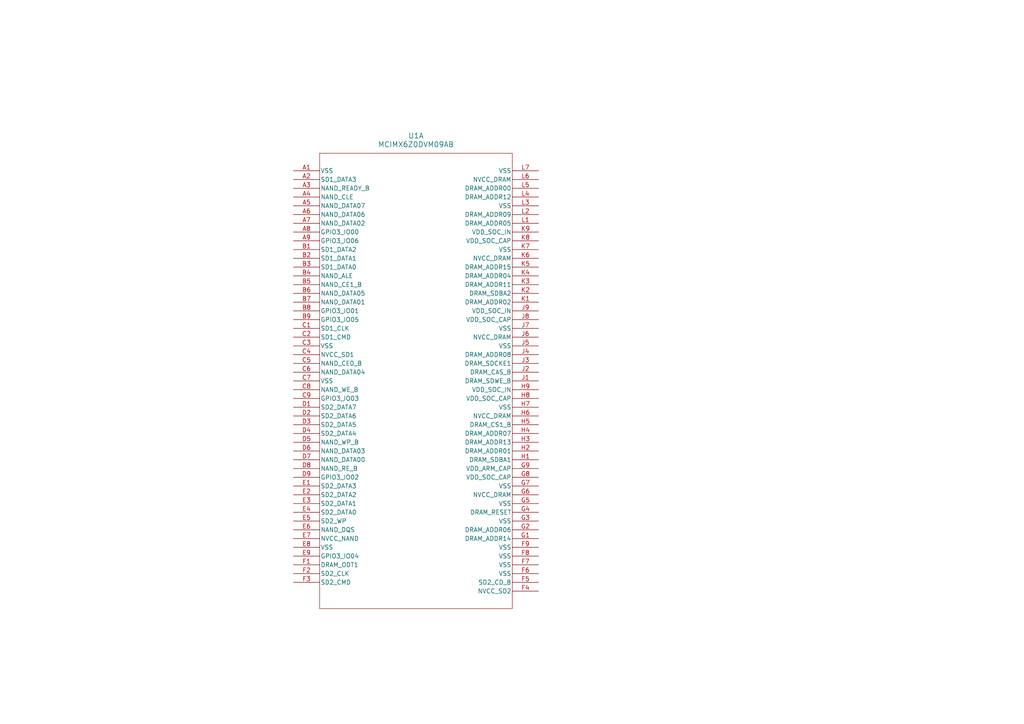
<source format=kicad_sch>
(kicad_sch (version 20231120) (generator "eeschema") (generator_version "8.0")
  (paper "A4")
  (lib_symbols
    (symbol "MCIMX6Z0DVM09AB:MCIMX6Z0DVM09AB" (pin_names (offset 0.254))
      (property "Reference" "U" (at 35.56 10.16 0))
      (property "Value" "MCIMX6Z0DVM09AB" (at 35.56 7.62 0))
      (symbol "MCIMX6Z0DVM09AB_1_1"
        (polyline (pts (xy 7.62 -127) (xy 63.5 -127)) (stroke (width 0.127)))
        (polyline (pts (xy 7.62 5.08) (xy 7.62 -127)) (stroke (width 0.127)))
        (polyline (pts (xy 63.5 -127) (xy 63.5 5.08)) (stroke (width 0.127)))
        (polyline (pts (xy 63.5 5.08) (xy 7.62 5.08)) (stroke (width 0.127)))
        (pin power_out line (at 0 0 0) (length 7.62) (name "VSS") (number "A1"))
        (pin input line (at 0 -2.54 0) (length 7.62) (name "SD1_DATA3") (number "A2"))
        (pin input line (at 0 -5.08 0) (length 7.62) (name "NAND_READY_B") (number "A3"))
        (pin input line (at 0 -7.62 0) (length 7.62) (name "NAND_CLE") (number "A4"))
        (pin input line (at 0 -10.16 0) (length 7.62) (name "NAND_DATA07") (number "A5"))
        (pin input line (at 0 -12.7 0) (length 7.62) (name "NAND_DATA06") (number "A6"))
        (pin input line (at 0 -15.24 0) (length 7.62) (name "NAND_DATA02") (number "A7"))
        (pin input line (at 0 -17.78 0) (length 7.62) (name "GPIO3_IO00") (number "A8"))
        (pin input line (at 0 -20.32 0) (length 7.62) (name "GPIO3_IO06") (number "A9"))
        (pin input line (at 0 -22.86 0) (length 7.62) (name "SD1_DATA2") (number "B1"))
        (pin input line (at 0 -25.4 0) (length 7.62) (name "SD1_DATA1") (number "B2"))
        (pin input line (at 0 -27.94 0) (length 7.62) (name "SD1_DATA0") (number "B3"))
        (pin input line (at 0 -30.48 0) (length 7.62) (name "NAND_ALE") (number "B4"))
        (pin input line (at 0 -33.02 0) (length 7.62) (name "NAND_CE1_B") (number "B5"))
        (pin input line (at 0 -35.56 0) (length 7.62) (name "NAND_DATA05") (number "B6"))
        (pin input line (at 0 -38.1 0) (length 7.62) (name "NAND_DATA01") (number "B7"))
        (pin input line (at 0 -40.64 0) (length 7.62) (name "GPIO3_IO01") (number "B8"))
        (pin input line (at 0 -43.18 0) (length 7.62) (name "GPIO3_IO05") (number "B9"))
        (pin input line (at 0 -45.72 0) (length 7.62) (name "SD1_CLK") (number "C1"))
        (pin input line (at 0 -48.26 0) (length 7.62) (name "SD1_CMD") (number "C2"))
        (pin power_out line (at 0 -50.8 0) (length 7.62) (name "VSS") (number "C3"))
        (pin bidirectional line (at 0 -53.34 0) (length 7.62) (name "NVCC_SD1") (number "C4"))
        (pin input line (at 0 -55.88 0) (length 7.62) (name "NAND_CE0_B") (number "C5"))
        (pin input line (at 0 -58.42 0) (length 7.62) (name "NAND_DATA04") (number "C6"))
        (pin power_out line (at 0 -60.96 0) (length 7.62) (name "VSS") (number "C7"))
        (pin input line (at 0 -63.5 0) (length 7.62) (name "NAND_WE_B") (number "C8"))
        (pin input line (at 0 -66.04 0) (length 7.62) (name "GPIO3_IO03") (number "C9"))
        (pin input line (at 0 -68.58 0) (length 7.62) (name "SD2_DATA7") (number "D1"))
        (pin input line (at 0 -71.12 0) (length 7.62) (name "SD2_DATA6") (number "D2"))
        (pin input line (at 0 -73.66 0) (length 7.62) (name "SD2_DATA5") (number "D3"))
        (pin input line (at 0 -76.2 0) (length 7.62) (name "SD2_DATA4") (number "D4"))
        (pin input line (at 0 -78.74 0) (length 7.62) (name "NAND_WP_B") (number "D5"))
        (pin input line (at 0 -81.28 0) (length 7.62) (name "NAND_DATA03") (number "D6"))
        (pin input line (at 0 -83.82 0) (length 7.62) (name "NAND_DATA00") (number "D7"))
        (pin input line (at 0 -86.36 0) (length 7.62) (name "NAND_RE_B") (number "D8"))
        (pin input line (at 0 -88.9 0) (length 7.62) (name "GPIO3_IO02") (number "D9"))
        (pin input line (at 0 -91.44 0) (length 7.62) (name "SD2_DATA3") (number "E1"))
        (pin input line (at 0 -93.98 0) (length 7.62) (name "SD2_DATA2") (number "E2"))
        (pin input line (at 0 -96.52 0) (length 7.62) (name "SD2_DATA1") (number "E3"))
        (pin input line (at 0 -99.06 0) (length 7.62) (name "SD2_DATA0") (number "E4"))
        (pin input line (at 0 -101.6 0) (length 7.62) (name "SD2_WP") (number "E5"))
        (pin input line (at 0 -104.14 0) (length 7.62) (name "NAND_DQS") (number "E6"))
        (pin power_in line (at 0 -106.68 0) (length 7.62) (name "NVCC_NAND") (number "E7"))
        (pin power_out line (at 0 -109.22 0) (length 7.62) (name "VSS") (number "E8"))
        (pin input line (at 0 -111.76 0) (length 7.62) (name "GPIO3_IO04") (number "E9"))
        (pin output line (at 0 -114.3 0) (length 7.62) (name "DRAM_ODT1") (number "F1"))
        (pin input line (at 0 -116.84 0) (length 7.62) (name "SD2_CLK") (number "F2"))
        (pin input line (at 0 -119.38 0) (length 7.62) (name "SD2_CMD") (number "F3"))
        (pin bidirectional line (at 71.12 -121.92 180) (length 7.62) (name "NVCC_SD2") (number "F4"))
        (pin input line (at 71.12 -119.38 180) (length 7.62) (name "SD2_CD_B") (number "F5"))
        (pin power_out line (at 71.12 -116.84 180) (length 7.62) (name "VSS") (number "F6"))
        (pin power_out line (at 71.12 -114.3 180) (length 7.62) (name "VSS") (number "F7"))
        (pin power_out line (at 71.12 -111.76 180) (length 7.62) (name "VSS") (number "F8"))
        (pin power_out line (at 71.12 -109.22 180) (length 7.62) (name "VSS") (number "F9"))
        (pin output line (at 71.12 -106.68 180) (length 7.62) (name "DRAM_ADDR14") (number "G1"))
        (pin output line (at 71.12 -104.14 180) (length 7.62) (name "DRAM_ADDR06") (number "G2"))
        (pin power_out line (at 71.12 -101.6 180) (length 7.62) (name "VSS") (number "G3"))
        (pin output line (at 71.12 -99.06 180) (length 7.62) (name "DRAM_RESET") (number "G4"))
        (pin power_out line (at 71.12 -96.52 180) (length 7.62) (name "VSS") (number "G5"))
        (pin power_in line (at 71.12 -93.98 180) (length 7.62) (name "NVCC_DRAM") (number "G6"))
        (pin power_out line (at 71.12 -91.44 180) (length 7.62) (name "VSS") (number "G7"))
        (pin power_in line (at 71.12 -88.9 180) (length 7.62) (name "VDD_SOC_CAP") (number "G8"))
        (pin power_in line (at 71.12 -86.36 180) (length 7.62) (name "VDD_ARM_CAP") (number "G9"))
        (pin output line (at 71.12 -83.82 180) (length 7.62) (name "DRAM_SDBA1") (number "H1"))
        (pin output line (at 71.12 -81.28 180) (length 7.62) (name "DRAM_ADDR01") (number "H2"))
        (pin output line (at 71.12 -78.74 180) (length 7.62) (name "DRAM_ADDR13") (number "H3"))
        (pin output line (at 71.12 -76.2 180) (length 7.62) (name "DRAM_ADDR07") (number "H4"))
        (pin output line (at 71.12 -73.66 180) (length 7.62) (name "DRAM_CS1_B") (number "H5"))
        (pin power_in line (at 71.12 -71.12 180) (length 7.62) (name "NVCC_DRAM") (number "H6"))
        (pin power_out line (at 71.12 -68.58 180) (length 7.62) (name "VSS") (number "H7"))
        (pin power_in line (at 71.12 -66.04 180) (length 7.62) (name "VDD_SOC_CAP") (number "H8"))
        (pin power_in line (at 71.12 -63.5 180) (length 7.62) (name "VDD_SOC_IN") (number "H9"))
        (pin output line (at 71.12 -60.96 180) (length 7.62) (name "DRAM_SDWE_B") (number "J1"))
        (pin output line (at 71.12 -58.42 180) (length 7.62) (name "DRAM_CAS_B") (number "J2"))
        (pin output line (at 71.12 -55.88 180) (length 7.62) (name "DRAM_SDCKE1") (number "J3"))
        (pin output line (at 71.12 -53.34 180) (length 7.62) (name "DRAM_ADDR08") (number "J4"))
        (pin power_out line (at 71.12 -50.8 180) (length 7.62) (name "VSS") (number "J5"))
        (pin power_in line (at 71.12 -48.26 180) (length 7.62) (name "NVCC_DRAM") (number "J6"))
        (pin power_out line (at 71.12 -45.72 180) (length 7.62) (name "VSS") (number "J7"))
        (pin power_in line (at 71.12 -43.18 180) (length 7.62) (name "VDD_SOC_CAP") (number "J8"))
        (pin power_in line (at 71.12 -40.64 180) (length 7.62) (name "VDD_SOC_IN") (number "J9"))
        (pin output line (at 71.12 -38.1 180) (length 7.62) (name "DRAM_ADDR02") (number "K1"))
        (pin output line (at 71.12 -35.56 180) (length 7.62) (name "DRAM_SDBA2") (number "K2"))
        (pin output line (at 71.12 -33.02 180) (length 7.62) (name "DRAM_ADDR11") (number "K3"))
        (pin output line (at 71.12 -30.48 180) (length 7.62) (name "DRAM_ADDR04") (number "K4"))
        (pin output line (at 71.12 -27.94 180) (length 7.62) (name "DRAM_ADDR15") (number "K5"))
        (pin power_in line (at 71.12 -25.4 180) (length 7.62) (name "NVCC_DRAM") (number "K6"))
        (pin power_out line (at 71.12 -22.86 180) (length 7.62) (name "VSS") (number "K7"))
        (pin power_in line (at 71.12 -20.32 180) (length 7.62) (name "VDD_SOC_CAP") (number "K8"))
        (pin power_in line (at 71.12 -17.78 180) (length 7.62) (name "VDD_SOC_IN") (number "K9"))
        (pin output line (at 71.12 -15.24 180) (length 7.62) (name "DRAM_ADDR05") (number "L1"))
        (pin output line (at 71.12 -12.7 180) (length 7.62) (name "DRAM_ADDR09") (number "L2"))
        (pin power_out line (at 71.12 -10.16 180) (length 7.62) (name "VSS") (number "L3"))
        (pin output line (at 71.12 -7.62 180) (length 7.62) (name "DRAM_ADDR12") (number "L4"))
        (pin output line (at 71.12 -5.08 180) (length 7.62) (name "DRAM_ADDR00") (number "L5"))
        (pin power_in line (at 71.12 -2.54 180) (length 7.62) (name "NVCC_DRAM") (number "L6"))
        (pin power_out line (at 71.12 0 180) (length 7.62) (name "VSS") (number "L7"))
      )
      (symbol "MCIMX6Z0DVM09AB_2_1"
        (polyline (pts (xy 7.62 -127) (xy 88.9 -127)) (stroke (width 0.127)))
        (polyline (pts (xy 7.62 5.08) (xy 7.62 -127)) (stroke (width 0.127)))
        (polyline (pts (xy 88.9 -127) (xy 88.9 5.08)) (stroke (width 0.127)))
        (polyline (pts (xy 88.9 5.08) (xy 7.62 5.08)) (stroke (width 0.127)))
        (pin input line (at 96.52 -101.6 180) (length 7.62) (name "GPIO3_IO11") (number "A10"))
        (pin input line (at 96.52 -99.06 180) (length 7.62) (name "GPIO3_IO14") (number "A11"))
        (pin input line (at 96.52 -96.52 180) (length 7.62) (name "GPIO3_IO19") (number "A12"))
        (pin input line (at 96.52 -93.98 180) (length 7.62) (name "GPIO3_IO23") (number "A13"))
        (pin input line (at 96.52 -91.44 180) (length 7.62) (name "GPIO3_IO27") (number "A14"))
        (pin input line (at 96.52 -88.9 180) (length 7.62) (name "KPP_COL5") (number "A15"))
        (pin input line (at 96.52 -86.36 180) (length 7.62) (name "KPP_ROW6") (number "A16"))
        (pin power_out line (at 96.52 -83.82 180) (length 7.62) (name "VSS") (number "A17"))
        (pin input line (at 96.52 -81.28 180) (length 7.62) (name "GPIO3_IO10") (number "B10"))
        (pin input line (at 96.52 -78.74 180) (length 7.62) (name "GPIO3_IO13") (number "B11"))
        (pin input line (at 96.52 -76.2 180) (length 7.62) (name "GPIO3_IO18") (number "B12"))
        (pin input line (at 96.52 -73.66 180) (length 7.62) (name "GPIO3_IO22") (number "B13"))
        (pin input line (at 96.52 -71.12 180) (length 7.62) (name "GPIO3_IO26") (number "B14"))
        (pin input line (at 96.52 -68.58 180) (length 7.62) (name "KPP_COL6") (number "B15"))
        (pin input line (at 96.52 -66.04 180) (length 7.62) (name "GPIO3_IO28") (number "B16"))
        (pin input line (at 96.52 -63.5 180) (length 7.62) (name "KPP_ROW5") (number "B17"))
        (pin input line (at 96.52 -60.96 180) (length 7.62) (name "GPIO3_IO09") (number "C10"))
        (pin power_out line (at 96.52 -58.42 180) (length 7.62) (name "VSS") (number "C11"))
        (pin input line (at 96.52 -55.88 180) (length 7.62) (name "GPIO3_IO17") (number "C12"))
        (pin input line (at 96.52 -53.34 180) (length 7.62) (name "GPIO3_IO21") (number "C13"))
        (pin input line (at 96.52 -50.8 180) (length 7.62) (name "GPIO3_IO25") (number "C14"))
        (pin power_out line (at 96.52 -48.26 180) (length 7.62) (name "VSS") (number "C15"))
        (pin input line (at 96.52 -45.72 180) (length 7.62) (name "KPP_COL4") (number "C16"))
        (pin input line (at 96.52 -43.18 180) (length 7.62) (name "KPP_ROW4") (number "C17"))
        (pin input line (at 96.52 -40.64 180) (length 7.62) (name "GPIO3_IO08") (number "D10"))
        (pin input line (at 96.52 -38.1 180) (length 7.62) (name "GPIO3_IO12") (number "D11"))
        (pin input line (at 96.52 -35.56 180) (length 7.62) (name "GPIO3_IO16") (number "D12"))
        (pin input line (at 96.52 -33.02 180) (length 7.62) (name "GPIO3_IO20") (number "D13"))
        (pin input line (at 96.52 -30.48 180) (length 7.62) (name "GPIO3_IO24") (number "D14"))
        (pin input line (at 96.52 -27.94 180) (length 7.62) (name "KPP_COL3") (number "D15"))
        (pin input line (at 96.52 -25.4 180) (length 7.62) (name "KPP_COL7") (number "D16"))
        (pin input line (at 96.52 -22.86 180) (length 7.62) (name "KPP_ROW7") (number "D17"))
        (pin input line (at 96.52 -20.32 180) (length 7.62) (name "GPIO3_IO07") (number "E10"))
        (pin power_out line (at 96.52 -17.78 180) (length 7.62) (name "VSS") (number "E11"))
        (pin input line (at 96.52 -15.24 180) (length 7.62) (name "GPIO3_IO15") (number "E12"))
        (pin power_in line (at 96.52 -12.7 180) (length 7.62) (name "NVCC_GPIO3") (number "E13"))
        (pin input line (at 96.52 -10.16 180) (length 7.62) (name "KPP_ROW2") (number "E14"))
        (pin input line (at 96.52 -7.62 180) (length 7.62) (name "KPP_COL1") (number "E15"))
        (pin input line (at 96.52 -5.08 180) (length 7.62) (name "KPP_ROW1") (number "E16"))
        (pin input line (at 96.52 -2.54 180) (length 7.62) (name "KPP_COL0") (number "E17"))
        (pin power_out line (at 96.52 0 180) (length 7.62) (name "VSS") (number "F10"))
        (pin power_in line (at 0 0 0) (length 7.62) (name "VDD_SOC_CAP") (number "L8"))
        (pin power_in line (at 0 -2.54 0) (length 7.62) (name "VDD_SOC_CAP") (number "L9"))
        (pin output line (at 0 -5.08 0) (length 7.62) (name "DRAM_SDBA0") (number "M1"))
        (pin output line (at 0 -7.62 0) (length 7.62) (name "DRAM_ADDR03") (number "M2"))
        (pin output line (at 0 -10.16 0) (length 7.62) (name "DRAM_SDCKE0") (number "M3"))
        (pin output line (at 0 -12.7 0) (length 7.62) (name "DRAM_ADDR10") (number "M4"))
        (pin output line (at 0 -15.24 0) (length 7.62) (name "DRAM_RAS_B") (number "M5"))
        (pin power_in line (at 0 -17.78 0) (length 7.62) (name "NVCC_DRAM") (number "M6"))
        (pin power_out line (at 0 -20.32 0) (length 7.62) (name "VSS") (number "M7"))
        (pin power_out line (at 0 -22.86 0) (length 7.62) (name "VSS") (number "M8"))
        (pin power_out line (at 0 -25.4 0) (length 7.62) (name "VSS") (number "M9"))
        (pin output line (at 0 -27.94 0) (length 7.62) (name "DRAM_ODT0") (number "N1"))
        (pin output line (at 0 -30.48 0) (length 7.62) (name "DRAM_CS0_B") (number "N2"))
        (pin power_out line (at 0 -33.02 0) (length 7.62) (name "VSS") (number "N3"))
        (pin input line (at 0 -35.56 0) (length 7.62) (name "DRAM_ZQPAD") (number "N4"))
        (pin power_out line (at 0 -38.1 0) (length 7.62) (name "VSS") (number "N5"))
        (pin power_in line (at 0 -40.64 0) (length 7.62) (name "NVCC_DRAM_2P5") (number "N6"))
        (pin input line (at 0 -43.18 0) (length 7.62) (name "TEST_MODE") (number "N7"))
        (pin input line (at 0 -45.72 0) (length 7.62) (name "GPIO1_IO05") (number "N8"))
        (pin input line (at 0 -48.26 0) (length 7.62) (name "GPIO1_IO08") (number "N9"))
        (pin input line (at 0 -50.8 0) (length 7.62) (name "DRAM_SDCLK0_P") (number "P1"))
        (pin input line (at 0 -53.34 0) (length 7.62) (name "DRAM_SDCLK0_N") (number "P2"))
        (pin input line (at 0 -55.88 0) (length 7.62) (name "DRAM_DATA13") (number "P3"))
        (pin power_in line (at 0 -58.42 0) (length 7.62) (name "DRAM_VREF") (number "P4"))
        (pin input line (at 0 -60.96 0) (length 7.62) (name "DRAM_DATA12") (number "P5"))
        (pin input line (at 0 -63.5 0) (length 7.62) (name "DRAM_SDQS0_P") (number "P6"))
        (pin input line (at 0 -66.04 0) (length 7.62) (name "DRAM_SDQS0_N") (number "P7"))
        (pin input line (at 0 -68.58 0) (length 7.62) (name "POR_B") (number "P8"))
        (pin input line (at 0 -71.12 0) (length 7.62) (name "GPIO5_IO04") (number "P9"))
        (pin input line (at 0 -73.66 0) (length 7.62) (name "DRAM_DATA15") (number "R1"))
        (pin input line (at 0 -76.2 0) (length 7.62) (name "DRAM_DATA14") (number "R2"))
        (pin power_out line (at 0 -78.74 0) (length 7.62) (name "VSS") (number "R3"))
        (pin input line (at 0 -81.28 0) (length 7.62) (name "DRAM_DATA11") (number "R4"))
        (pin power_out line (at 0 -83.82 0) (length 7.62) (name "VSS") (number "R5"))
        (pin input line (at 0 -86.36 0) (length 7.62) (name "GPIO5_IO09") (number "R6"))
        (pin power_out line (at 0 -88.9 0) (length 7.62) (name "VSS") (number "R7"))
        (pin input line (at 0 -91.44 0) (length 7.62) (name "ONOFF") (number "R8"))
        (pin input line (at 0 -93.98 0) (length 7.62) (name "GPIO5_IO01") (number "R9"))
        (pin input line (at 0 -96.52 0) (length 7.62) (name "DRAM_SDQS1_P") (number "T1"))
        (pin input line (at 0 -99.06 0) (length 7.62) (name "DRAM_SDQS1_N") (number "T2"))
        (pin output line (at 0 -101.6 0) (length 7.62) (name "DRAM_DQM1") (number "T3"))
        (pin input line (at 0 -104.14 0) (length 7.62) (name "DRAM_DATA00") (number "T4"))
        (pin input line (at 0 -106.68 0) (length 7.62) (name "DRAM_DATA06") (number "T5"))
        (pin input line (at 0 -109.22 0) (length 7.62) (name "DRAM_DATA02") (number "T6"))
        (pin output line (at 0 -111.76 0) (length 7.62) (name "DRAM_DQM0") (number "T7"))
        (pin input line (at 0 -114.3 0) (length 7.62) (name "DRAM_DATA05") (number "T8"))
        (pin output line (at 0 -116.84 0) (length 7.62) (name "SNVS_PMIC_ON_REQ") (number "T9"))
        (pin power_out line (at 0 -119.38 0) (length 7.62) (name "VSS") (number "U1"))
        (pin input line (at 96.52 -121.92 180) (length 7.62) (name "DRAM_DATA08") (number "U2"))
        (pin input line (at 96.52 -119.38 180) (length 7.62) (name "DRAM_DATA09") (number "U3"))
        (pin input line (at 96.52 -116.84 180) (length 7.62) (name "DRAM_DATA07") (number "U4"))
        (pin input line (at 96.52 -114.3 180) (length 7.62) (name "DRAM_DATA10") (number "U5"))
        (pin input line (at 96.52 -111.76 180) (length 7.62) (name "DRAM_DATA01") (number "U6"))
        (pin input line (at 96.52 -109.22 180) (length 7.62) (name "DRAM_DATA03") (number "U7"))
        (pin input line (at 96.52 -106.68 180) (length 7.62) (name "DRAM_DATA04") (number "U8"))
        (pin output line (at 96.52 -104.14 180) (length 7.62) (name "CCM_PMIC_STBY_REQ") (number "U9"))
      )
      (symbol "MCIMX6Z0DVM09AB_3_1"
        (polyline (pts (xy 7.62 -124.46) (xy 73.66 -124.46)) (stroke (width 0.127)))
        (polyline (pts (xy 7.62 5.08) (xy 7.62 -124.46)) (stroke (width 0.127)))
        (polyline (pts (xy 73.66 -124.46) (xy 73.66 5.08)) (stroke (width 0.127)))
        (polyline (pts (xy 73.66 5.08) (xy 7.62 5.08)) (stroke (width 0.127)))
        (pin power_out line (at 0 0 0) (length 7.62) (name "VSS") (number "F11"))
        (pin power_out line (at 0 -2.54 0) (length 7.62) (name "VSS") (number "F12"))
        (pin power_in line (at 0 -5.08 0) (length 7.62) (name "NVCC_KPP") (number "F13"))
        (pin input line (at 0 -7.62 0) (length 7.62) (name "KPP_ROW3") (number "F14"))
        (pin input line (at 0 -10.16 0) (length 7.62) (name "KPP_COL2") (number "F15"))
        (pin input line (at 0 -12.7 0) (length 7.62) (name "KPP_ROW0") (number "F16"))
        (pin input line (at 0 -15.24 0) (length 7.62) (name "I2C2_SCL") (number "F17"))
        (pin power_in line (at 0 -17.78 0) (length 7.62) (name "VDD_ARM_CAP") (number "G10"))
        (pin power_in line (at 0 -20.32 0) (length 7.62) (name "VDD_ARM_CAP") (number "G11"))
        (pin power_out line (at 0 -22.86 0) (length 7.62) (name "VSS") (number "G12"))
        (pin input line (at 0 -25.4 0) (length 7.62) (name "I2C2_SDA") (number "G13"))
        (pin input line (at 0 -27.94 0) (length 7.62) (name "UART3_RTS_B") (number "G14"))
        (pin power_out line (at 0 -30.48 0) (length 7.62) (name "VSS") (number "G15"))
        (pin input line (at 0 -33.02 0) (length 7.62) (name "UART4_RX_DATA") (number "G16"))
        (pin input line (at 0 -35.56 0) (length 7.62) (name "UART4_TX_DATA") (number "G17"))
        (pin power_in line (at 0 -38.1 0) (length 7.62) (name "VDD_SOC_IN") (number "H10"))
        (pin power_in line (at 0 -40.64 0) (length 7.62) (name "VDD_ARM_CAP") (number "H11"))
        (pin power_out line (at 0 -43.18 0) (length 7.62) (name "VSS") (number "H12"))
        (pin power_in line (at 0 -45.72 0) (length 7.62) (name "NVCC_UART") (number "H13"))
        (pin input line (at 0 -48.26 0) (length 7.62) (name "UART2_RTS_B") (number "H14"))
        (pin input line (at 0 -50.8 0) (length 7.62) (name "UART3_CTS_B") (number "H15"))
        (pin input line (at 0 -53.34 0) (length 7.62) (name "UART3_RX_DATA") (number "H16"))
        (pin input line (at 0 -55.88 0) (length 7.62) (name "UART3_TX_DATA") (number "H17"))
        (pin power_in line (at 0 -58.42 0) (length 7.62) (name "VDD_SOC_IN") (number "J10"))
        (pin power_in line (at 0 -60.96 0) (length 7.62) (name "VDD_SOC_CAP") (number "J11"))
        (pin power_out line (at 0 -63.5 0) (length 7.62) (name "VSS") (number "J12"))
        (pin input line (at 0 -66.04 0) (length 7.62) (name "GPIO1_IO00") (number "J13"))
        (pin input line (at 0 -68.58 0) (length 7.62) (name "UART1_TX_DATA") (number "J14"))
        (pin input line (at 0 -71.12 0) (length 7.62) (name "UART1_CTS_B") (number "J15"))
        (pin input line (at 0 -73.66 0) (length 7.62) (name "UART1_RX_DATA") (number "J16"))
        (pin input line (at 0 -76.2 0) (length 7.62) (name "GPIO1_IO06") (number "J17"))
        (pin power_in line (at 0 -78.74 0) (length 7.62) (name "VDD_SOC_IN") (number "K10"))
        (pin power_in line (at 0 -81.28 0) (length 7.62) (name "VDD_SOC_CAP") (number "K11"))
        (pin power_out line (at 0 -83.82 0) (length 7.62) (name "VSS") (number "K12"))
        (pin input line (at 0 -86.36 0) (length 7.62) (name "GPIO1_IO00") (number "K13"))
        (pin input line (at 0 -88.9 0) (length 7.62) (name "UART1_TX_DATA") (number "K14"))
        (pin input line (at 0 -91.44 0) (length 7.62) (name "UART1_CTS_B") (number "K15"))
        (pin input line (at 0 -93.98 0) (length 7.62) (name "UART1_RX_DATA") (number "K16"))
        (pin input line (at 0 -96.52 0) (length 7.62) (name "GPIO1_IO06") (number "K17"))
        (pin power_in line (at 0 -99.06 0) (length 7.62) (name "VDD_SOC_CAP") (number "L10"))
        (pin power_in line (at 0 -101.6 0) (length 7.62) (name "VDD_SOC_CAP") (number "L11"))
        (pin power_out line (at 0 -104.14 0) (length 7.62) (name "VSS") (number "L12"))
        (pin power_in line (at 0 -106.68 0) (length 7.62) (name "VDD_HIGH_IN") (number "L13"))
        (pin input line (at 0 -109.22 0) (length 7.62) (name "GPIO1_IO02") (number "L14"))
        (pin input line (at 0 -111.76 0) (length 7.62) (name "GPIO1_IO01") (number "L15"))
        (pin input line (at 0 -114.3 0) (length 7.62) (name "GPIO1_IO07") (number "L16"))
        (pin input line (at 0 -116.84 0) (length 7.62) (name "GPIO1_IO03") (number "L17"))
        (pin power_out line (at 0 -119.38 0) (length 7.62) (name "VSS") (number "M10"))
        (pin power_out line (at 81.28 -119.38 180) (length 7.62) (name "VSS") (number "M11"))
        (pin power_out line (at 81.28 -116.84 180) (length 7.62) (name "NGND_KEL0") (number "M12"))
        (pin power_in line (at 81.28 -114.3 180) (length 7.62) (name "VDD_HIGH_IN") (number "M13"))
        (pin input line (at 81.28 -111.76 180) (length 7.62) (name "JTAG_TCK") (number "M14"))
        (pin input line (at 81.28 -109.22 180) (length 7.62) (name "GPIO1_IO09") (number "M15"))
        (pin input line (at 81.28 -106.68 180) (length 7.62) (name "GPIO1_IO04") (number "M16"))
        (pin input line (at 81.28 -104.14 180) (length 7.62) (name "GPIO1_IO05") (number "M17"))
        (pin input line (at 81.28 -101.6 180) (length 7.62) (name "GPIO1_IO07") (number "N10"))
        (pin input line (at 81.28 -99.06 180) (length 7.62) (name "GPIO1_IO06") (number "N11"))
        (pin power_in line (at 81.28 -96.52 180) (length 7.62) (name "VDD_SNVS_CAP") (number "N12"))
        (pin power_in line (at 81.28 -93.98 180) (length 7.62) (name "VDD_HIGH_IN") (number "N13"))
        (pin input line (at 81.28 -91.44 180) (length 7.62) (name "JTAG_TRST_B") (number "N14"))
        (pin input line (at 81.28 -88.9 180) (length 7.62) (name "JTAG_TDO") (number "N15"))
        (pin input line (at 81.28 -86.36 180) (length 7.62) (name "JTAG_TDI") (number "N16"))
        (pin input line (at 81.28 -83.82 180) (length 7.62) (name "GPIO1_IO08") (number "N17"))
        (pin input line (at 81.28 -81.28 180) (length 7.62) (name "GPIO5_IO03") (number "P10"))
        (pin input line (at 81.28 -78.74 180) (length 7.62) (name "GPIO5_IO02") (number "P11"))
        (pin power_in line (at 81.28 -76.2 180) (length 7.62) (name "VDD_SNVS_IN") (number "P12"))
        (pin power_in line (at 81.28 -73.66 180) (length 7.62) (name "NVCC_PLL") (number "P13"))
        (pin input line (at 81.28 -71.12 180) (length 7.62) (name "JTAG_TMS") (number "P14"))
        (pin input line (at 81.28 -68.58 180) (length 7.62) (name "JJTAG_MOD") (number "P15"))
        (pin unspecified line (at 81.28 -66.04 180) (length 7.62) (name "CCM_CLK1_N") (number "P16"))
        (pin unspecified line (at 81.28 -63.5 180) (length 7.62) (name "CCM_CLK1_P") (number "P17"))
        (pin input line (at 81.28 -60.96 180) (length 7.62) (name "GPIO5_IO00") (number "R10"))
        (pin power_out line (at 81.28 -58.42 180) (length 7.62) (name "VSS") (number "R11"))
        (pin power_in line (at 81.28 -55.88 180) (length 7.62) (name "VDD_USB_CAP") (number "R12"))
        (pin power_in line (at 81.28 -53.34 180) (length 7.62) (name "GPANAIO") (number "R13"))
        (pin power_in line (at 81.28 -50.8 180) (length 7.62) (name "VDD_HIGH_CAP") (number "R14"))
        (pin power_in line (at 81.28 -48.26 180) (length 7.62) (name "VDD_HIGH_CAP2") (number "R15"))
        (pin power_out line (at 81.28 -45.72 180) (length 7.62) (name "VSS") (number "R16"))
        (pin power_out line (at 81.28 -43.18 180) (length 7.62) (name "VSS") (number "R17"))
        (pin input line (at 81.28 -40.64 180) (length 7.62) (name "BOOT_MODE0") (number "T10"))
        (pin unspecified line (at 81.28 -38.1 180) (length 7.62) (name "RTC_XTALI") (number "T11"))
        (pin power_in line (at 81.28 -35.56 180) (length 7.62) (name "USB_OTG1_VBUS") (number "T12"))
        (pin unspecified line (at 81.28 -33.02 180) (length 7.62) (name "USB_OTG2_DN") (number "T13"))
        (pin power_out line (at 81.28 -30.48 180) (length 7.62) (name "VSS") (number "T14"))
        (pin unspecified line (at 81.28 -27.94 180) (length 7.62) (name "USB_OTG1_DN") (number "T15"))
        (pin unspecified line (at 81.28 -25.4 180) (length 7.62) (name "XTALI") (number "T16"))
        (pin unspecified line (at 81.28 -22.86 180) (length 7.62) (name "XTALO") (number "T17"))
        (pin input line (at 81.28 -20.32 180) (length 7.62) (name "BOOT_MODE1") (number "U10"))
        (pin unspecified line (at 81.28 -17.78 180) (length 7.62) (name "RTC_XTALO") (number "U11"))
        (pin power_in line (at 81.28 -15.24 180) (length 7.62) (name "USB_OTG2_VBUS") (number "U12"))
        (pin unspecified line (at 81.28 -12.7 180) (length 7.62) (name "USB_OTG2_DP") (number "U13"))
        (pin power_out line (at 81.28 -10.16 180) (length 7.62) (name "VSS") (number "U14"))
        (pin unspecified line (at 81.28 -7.62 180) (length 7.62) (name "USB_OTG1_DP") (number "U15"))
        (pin output line (at 81.28 -5.08 180) (length 7.62) (name "USB_OTG1_CHD_B") (number "U16"))
        (pin power_out line (at 81.28 -2.54 180) (length 7.62) (name "VSS") (number "U17"))
      )
    )
  )
  (symbol (lib_id "MCIMX6Z0DVM09AB:MCIMX6Z0DVM09AB") (at 85.09 49.53 0) (unit 1)
    (property "Reference" "U1" (at 120.65 39.37 0) (effects (font (size 1.524 1.524))))
    (property "Value" "MCIMX6Z0DVM09AB" (at 120.65 41.91 0) (effects (font (size 1.524 1.524))))
    (property "Footprint" "MAPBGA289_NXP" (effects (hide yes)))
    (property "Datasheet" "MCIMX6Z0DVM09AB" (effects (hide yes)))
  )
)
</source>
